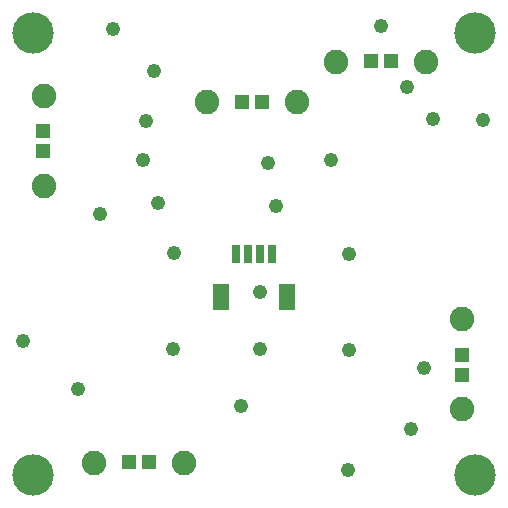
<source format=gbr>
G04 EAGLE Gerber RS-274X export*
G75*
%MOMM*%
%FSLAX34Y34*%
%LPD*%
%INSoldermask Bottom*%
%IPPOS*%
%AMOC8*
5,1,8,0,0,1.08239X$1,22.5*%
G01*
%ADD10R,1.403200X2.203200*%
%ADD11R,0.803200X1.553200*%
%ADD12R,1.303200X1.203200*%
%ADD13R,1.203200X1.303200*%
%ADD14C,2.082800*%
%ADD15C,3.505200*%
%ADD16C,1.209600*%


D10*
X250250Y185500D03*
X194250Y185500D03*
D11*
X237250Y222250D03*
X227250Y222250D03*
X217250Y222250D03*
X207250Y222250D03*
D12*
X229150Y350650D03*
X212150Y350650D03*
X321250Y385650D03*
X338250Y385650D03*
D13*
X398750Y136750D03*
X398750Y119750D03*
D12*
X133750Y46150D03*
X116750Y46150D03*
D13*
X43550Y309250D03*
X43550Y326250D03*
D14*
X291950Y385050D03*
X368150Y385050D03*
X398650Y167250D03*
X398650Y91050D03*
X163250Y45750D03*
X87050Y45750D03*
X44150Y280050D03*
X44150Y356250D03*
X258850Y350850D03*
X182650Y350850D03*
D15*
X35000Y409500D03*
X409500Y409500D03*
X35000Y35000D03*
X409500Y35000D03*
D16*
X302500Y222500D03*
X416000Y335500D03*
X374000Y336500D03*
X301500Y39500D03*
X355000Y74500D03*
X73000Y108000D03*
X27000Y148750D03*
X154500Y223500D03*
X128500Y302000D03*
X287500Y302000D03*
X234500Y299500D03*
X153500Y141500D03*
X138000Y377500D03*
X103000Y412500D03*
X329500Y415500D03*
X227000Y190500D03*
X227000Y142000D03*
X130500Y335000D03*
X366000Y125500D03*
X351500Y364000D03*
X241000Y263000D03*
X211000Y94000D03*
X91500Y256500D03*
X302500Y141000D03*
X141000Y265500D03*
M02*

</source>
